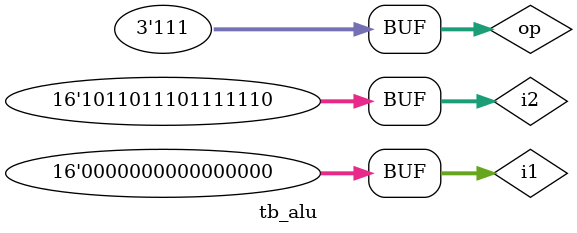
<source format=sv>
`ifndef TB_ALU
`define TB_ALU

`timescale 1ns/100ps
`include "alu.sv"

module tb_alu;
    parameter n = 16;
    logic [(n-1):0] i1, i2;
    logic [2:0] op;
    logic zero;

    initial begin
		$dumpfile("alu.vcd");
        $dumpvars(0, uut);
      $monitor("i1 = %b i2 = %b opcode = %b", i1, i2, op);
    end

    initial begin
	    i1 <= 16'b0000000000000000;
	    i2 <= 16'b0000000000000000;
	    op <= 3'b000;
	    #10 i1 <= 16'b1111111111111111;
	    i2 <= 16'b1011011101111110;
	    #10 i1 <= 16'b0001000101000101;
	    #10 i1 <= 16'b0000000000000000;
        
	    #10 i1 <= 16'b0001000101000101;
	    i2 <= 16'b0000000000000000;
	    op <= 3'b001;
	    #10 i1 <= 16'b1111111111111111;
	    i2 <= 16'b1011011101111110;
	    #10 i1 <= 16'b0001000101000101;
	    #10 i1 <= 16'b0000000000000000;

	    #10 i1 <= 16'b0001000101000101;
	    i2 <= 16'b0000000000000000;
	    op <= 3'b010;
	    #10 i1 <= 16'b1111111111111111;
	    i2 <= 16'b1011011101111110;
	    #10 i1 <= 16'b0001000101000101;
	    #10 i1 <= 16'b0000000000000000;

	    #10 i1 <= 16'b0001000101000101;
	    i2 <= 16'b0000000000000000;
	    op <= 3'b011;
	    #10 i1 <= 16'b1111111111111111;
	    i2 <= 16'b1011011101111110;
	    #10 i1 <= 16'b0001000101000101;
	    #10 i1 <= 16'b0000000000000000;

	    #10 i1 <= 16'b0001000101000101;
	    i2 <= 16'b0000000000000000;
	    op <= 3'b100;
	    #10 i1 <= 16'b1111111111111111;
	    i2 <= 16'b1011011101111110;
	    #10 i1 <= 16'b0001000101000101;
	    #10 i1 <= 16'b0000000000000000;

	    #10 i1 <= 16'b0001000101000101;
	    i2 <= 16'b0000000000000000;
	    op <= 3'b101;
	    #10 i1 <= 16'b1111111111111111;
	    i2 <= 16'b1011011101111110;
	    #10 i1 <= 16'b0001000101000101;
	    #10 i1 <= 16'b0000000000000000;

	    #10 i1 <= 16'b0001000101000101;
	    i2 <= 16'b0000000000000000;
	    op <= 3'b110;
	    #10 i1 <= 16'b1111111111111111;
	    i2 <= 16'b1011011101111110;
	    #10 i1 <= 16'b0001000101000101;
	    #10 i1 <= 16'b0000000000000000;

	    #10 i1 <= 16'b0001000101000101;
	    i2 <= 16'b0000000000000000;
	    op <= 3'b111;
	    #10 i1 <= 16'b1111111111111111;
	    i2 <= 16'b1011011101111110;
	    #10 i1 <= 16'b0001000101000101;
	    #10 i1 <= 16'b0000000000000000;
    end

    alu uut(.i1(i1), .i2(i2), .op(op));

endmodule
`endif // TB_ALU
</source>
